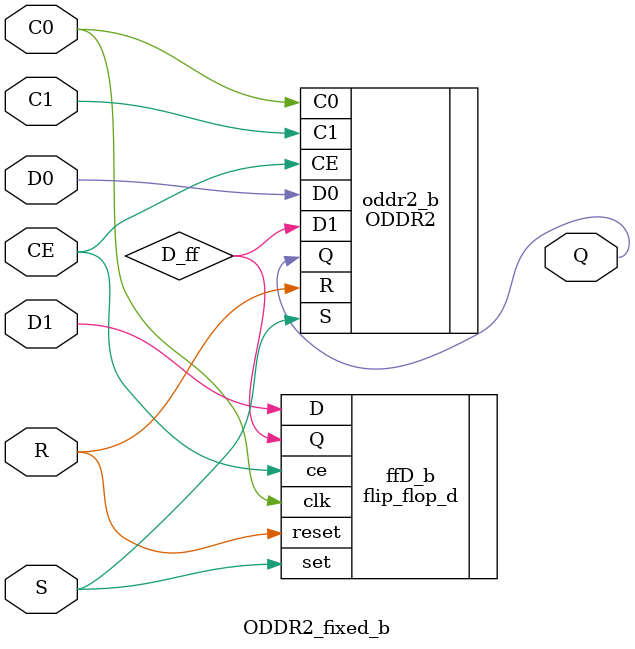
<source format=v>
module ODDR2_fixed_b #(
	parameter DDR_ALIGNMENT = "NONE",
	parameter INIT = 1'b0,
	parameter SRTYPE = "ASYNC"
)(
	input D0,
	input D1,
	input C0,
	input C1,
	input CE,
	input R,
	input S,
	output Q
);

wire D_ff, Q1, Q0;

//////////////////////////////////
flip_flop_d ffD_b(
	.D(D1),
	.clk(C0),
	.ce(CE),
	.reset(R),
	.set(S),
	.Q(D_ff)
);

/*

flip_flop_d ffD0(
	.D(D0),
	.clk(C0),
	.ce(CE),
	.reset(R),
	.set(S),
	.Q(Q0)
);


flip_flop_d ffD1(
	.D(D_ff),
	.clk(C1),
	.ce(CE),
	.reset(R),
	.set(S),
	.Q(Q1)
);

//assign Q = (C0 & ~C1) ? Q0 : 1'bz;
//assign Q = (~C0 & C1) ? Q1 : 1'bz;




always @(*) begin
	case ({C1,C0})
		2'b00:
			Q = Q0;
		2'b01:
			Q = Q0;
		2'b10:
			Q = Q1;
		2'b11:
			Q = Q1;
	endcase
end
*/

ODDR2 #(
	.DDR_ALIGNMENT(DDR_ALIGNMENT),
	.INIT(INIT),
	.SRTYPE(SRTYPE)
) oddr2_b (
	.Q(Q),
	.C0(C0),
	.C1(C1),
	.CE(CE),
	.D0(D0),
	.D1(D_ff),
	.R(R),
	.S(S)
);


endmodule

</source>
